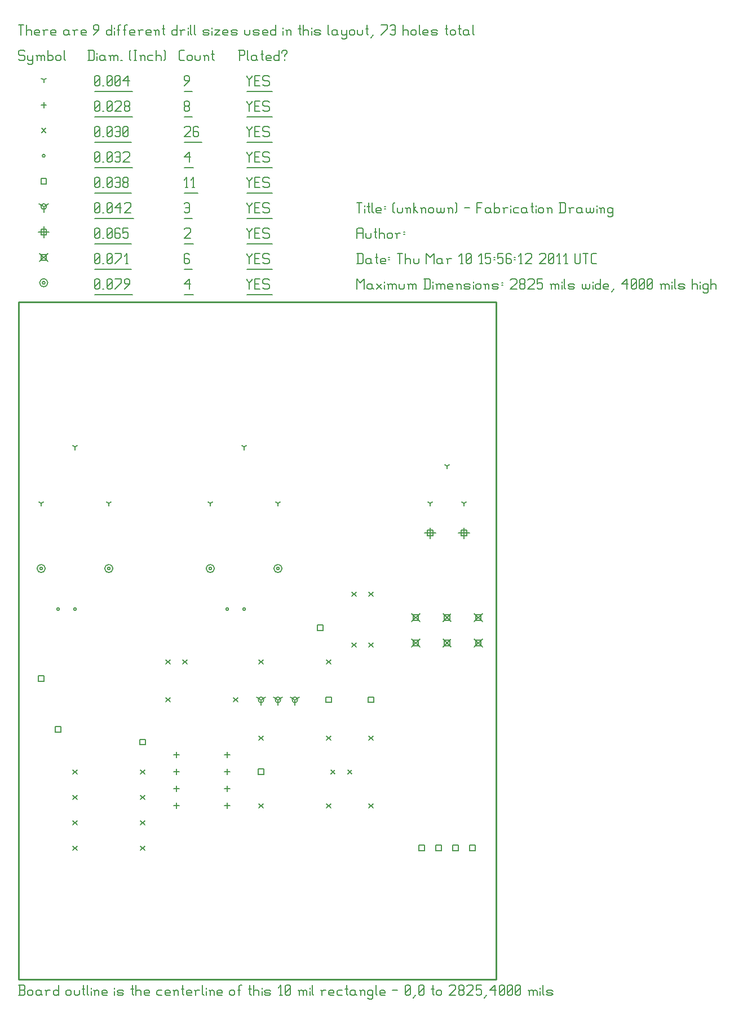
<source format=gbr>
G04 start of page 8 for group -3984 idx -3984 *
G04 Title: (unknown), fab *
G04 Creator: pcb 20100929 *
G04 CreationDate: Thu Mar 10 15:56:12 2011 UTC *
G04 For: fosse *
G04 Format: Gerber/RS-274X *
G04 PCB-Dimensions: 282500 400000 *
G04 PCB-Coordinate-Origin: lower left *
%MOIN*%
%FSLAX25Y25*%
%LNFAB*%
%ADD12C,0.0100*%
%ADD22C,0.0080*%
%ADD41C,0.0060*%
G54D22*X112700Y242500D02*G75*G03X114300Y242500I800J0D01*G01*
G75*G03X112700Y242500I-800J0D01*G01*
X111100D02*G75*G03X115900Y242500I2400J0D01*G01*
G75*G03X111100Y242500I-2400J0D01*G01*
X152700D02*G75*G03X154300Y242500I800J0D01*G01*
G75*G03X152700Y242500I-800J0D01*G01*
X151100D02*G75*G03X155900Y242500I2400J0D01*G01*
G75*G03X151100Y242500I-2400J0D01*G01*
X12700D02*G75*G03X14300Y242500I800J0D01*G01*
G75*G03X12700Y242500I-800J0D01*G01*
X11100D02*G75*G03X15900Y242500I2400J0D01*G01*
G75*G03X11100Y242500I-2400J0D01*G01*
X52700D02*G75*G03X54300Y242500I800J0D01*G01*
G75*G03X52700Y242500I-800J0D01*G01*
X51100D02*G75*G03X55900Y242500I2400J0D01*G01*
G75*G03X51100Y242500I-2400J0D01*G01*
X14200Y411250D02*G75*G03X15800Y411250I800J0D01*G01*
G75*G03X14200Y411250I-800J0D01*G01*
X12600D02*G75*G03X17400Y411250I2400J0D01*G01*
G75*G03X12600Y411250I-2400J0D01*G01*
G54D41*X135000Y413500D02*Y412750D01*
X136500Y411250D01*
X138000Y412750D01*
Y413500D02*Y412750D01*
X136500Y411250D02*Y407500D01*
X139801Y410500D02*X142051D01*
X139801Y407500D02*X142801D01*
X139801Y413500D02*Y407500D01*
Y413500D02*X142801D01*
X147603D02*X148353Y412750D01*
X145353Y413500D02*X147603D01*
X144603Y412750D02*X145353Y413500D01*
X144603Y412750D02*Y411250D01*
X145353Y410500D01*
X147603D01*
X148353Y409750D01*
Y408250D01*
X147603Y407500D02*X148353Y408250D01*
X145353Y407500D02*X147603D01*
X144603Y408250D02*X145353Y407500D01*
X135000Y404249D02*X150154D01*
X98000Y410500D02*X101000Y413500D01*
X98000Y410500D02*X101750D01*
X101000Y413500D02*Y407500D01*
X98000Y404249D02*X103551D01*
X45000Y408250D02*X45750Y407500D01*
X45000Y412750D02*Y408250D01*
Y412750D02*X45750Y413500D01*
X47250D01*
X48000Y412750D01*
Y408250D01*
X47250Y407500D02*X48000Y408250D01*
X45750Y407500D02*X47250D01*
X45000Y409000D02*X48000Y412000D01*
X49801Y407500D02*X50551D01*
X52353Y408250D02*X53103Y407500D01*
X52353Y412750D02*Y408250D01*
Y412750D02*X53103Y413500D01*
X54603D01*
X55353Y412750D01*
Y408250D01*
X54603Y407500D02*X55353Y408250D01*
X53103Y407500D02*X54603D01*
X52353Y409000D02*X55353Y412000D01*
X57154Y407500D02*X60904Y411250D01*
Y413500D02*Y411250D01*
X57154Y413500D02*X60904D01*
X62706Y407500D02*X65706Y410500D01*
Y412750D02*Y410500D01*
X64956Y413500D02*X65706Y412750D01*
X63456Y413500D02*X64956D01*
X62706Y412750D02*X63456Y413500D01*
X62706Y412750D02*Y411250D01*
X63456Y410500D01*
X65706D01*
X45000Y404249D02*X67507D01*
X251100Y215900D02*X255900Y211100D01*
X251100D02*X255900Y215900D01*
X251900Y215100D02*X255100D01*
X251900D02*Y211900D01*
X255100D01*
Y215100D02*Y211900D01*
X232600Y215900D02*X237400Y211100D01*
X232600D02*X237400Y215900D01*
X233400Y215100D02*X236600D01*
X233400D02*Y211900D01*
X236600D01*
Y215100D02*Y211900D01*
X269600Y215900D02*X274400Y211100D01*
X269600D02*X274400Y215900D01*
X270400Y215100D02*X273600D01*
X270400D02*Y211900D01*
X273600D01*
Y215100D02*Y211900D01*
X232600Y200900D02*X237400Y196100D01*
X232600D02*X237400Y200900D01*
X233400Y200100D02*X236600D01*
X233400D02*Y196900D01*
X236600D01*
Y200100D02*Y196900D01*
X251100Y200900D02*X255900Y196100D01*
X251100D02*X255900Y200900D01*
X251900Y200100D02*X255100D01*
X251900D02*Y196900D01*
X255100D01*
Y200100D02*Y196900D01*
X269600Y200900D02*X274400Y196100D01*
X269600D02*X274400Y200900D01*
X270400Y200100D02*X273600D01*
X270400D02*Y196900D01*
X273600D01*
Y200100D02*Y196900D01*
X12600Y428650D02*X17400Y423850D01*
X12600D02*X17400Y428650D01*
X13400Y427850D02*X16600D01*
X13400D02*Y424650D01*
X16600D01*
Y427850D02*Y424650D01*
X135000Y428500D02*Y427750D01*
X136500Y426250D01*
X138000Y427750D01*
Y428500D02*Y427750D01*
X136500Y426250D02*Y422500D01*
X139801Y425500D02*X142051D01*
X139801Y422500D02*X142801D01*
X139801Y428500D02*Y422500D01*
Y428500D02*X142801D01*
X147603D02*X148353Y427750D01*
X145353Y428500D02*X147603D01*
X144603Y427750D02*X145353Y428500D01*
X144603Y427750D02*Y426250D01*
X145353Y425500D01*
X147603D01*
X148353Y424750D01*
Y423250D01*
X147603Y422500D02*X148353Y423250D01*
X145353Y422500D02*X147603D01*
X144603Y423250D02*X145353Y422500D01*
X135000Y419249D02*X150154D01*
X100250Y428500D02*X101000Y427750D01*
X98750Y428500D02*X100250D01*
X98000Y427750D02*X98750Y428500D01*
X98000Y427750D02*Y423250D01*
X98750Y422500D01*
X100250Y425500D02*X101000Y424750D01*
X98000Y425500D02*X100250D01*
X98750Y422500D02*X100250D01*
X101000Y423250D01*
Y424750D02*Y423250D01*
X98000Y419249D02*X102801D01*
X45000Y423250D02*X45750Y422500D01*
X45000Y427750D02*Y423250D01*
Y427750D02*X45750Y428500D01*
X47250D01*
X48000Y427750D01*
Y423250D01*
X47250Y422500D02*X48000Y423250D01*
X45750Y422500D02*X47250D01*
X45000Y424000D02*X48000Y427000D01*
X49801Y422500D02*X50551D01*
X52353Y423250D02*X53103Y422500D01*
X52353Y427750D02*Y423250D01*
Y427750D02*X53103Y428500D01*
X54603D01*
X55353Y427750D01*
Y423250D01*
X54603Y422500D02*X55353Y423250D01*
X53103Y422500D02*X54603D01*
X52353Y424000D02*X55353Y427000D01*
X57154Y422500D02*X60904Y426250D01*
Y428500D02*Y426250D01*
X57154Y428500D02*X60904D01*
X63456Y422500D02*X64956D01*
X64206Y428500D02*Y422500D01*
X62706Y427000D02*X64206Y428500D01*
X45000Y419249D02*X66757D01*
X243500Y266700D02*Y260300D01*
X240300Y263500D02*X246700D01*
X241900Y265100D02*X245100D01*
X241900D02*Y261900D01*
X245100D01*
Y265100D02*Y261900D01*
X263500Y266700D02*Y260300D01*
X260300Y263500D02*X266700D01*
X261900Y265100D02*X265100D01*
X261900D02*Y261900D01*
X265100D01*
Y265100D02*Y261900D01*
X15000Y444450D02*Y438050D01*
X11800Y441250D02*X18200D01*
X13400Y442850D02*X16600D01*
X13400D02*Y439650D01*
X16600D01*
Y442850D02*Y439650D01*
X135000Y443500D02*Y442750D01*
X136500Y441250D01*
X138000Y442750D01*
Y443500D02*Y442750D01*
X136500Y441250D02*Y437500D01*
X139801Y440500D02*X142051D01*
X139801Y437500D02*X142801D01*
X139801Y443500D02*Y437500D01*
Y443500D02*X142801D01*
X147603D02*X148353Y442750D01*
X145353Y443500D02*X147603D01*
X144603Y442750D02*X145353Y443500D01*
X144603Y442750D02*Y441250D01*
X145353Y440500D01*
X147603D01*
X148353Y439750D01*
Y438250D01*
X147603Y437500D02*X148353Y438250D01*
X145353Y437500D02*X147603D01*
X144603Y438250D02*X145353Y437500D01*
X135000Y434249D02*X150154D01*
X98000Y442750D02*X98750Y443500D01*
X101000D01*
X101750Y442750D01*
Y441250D01*
X98000Y437500D02*X101750Y441250D01*
X98000Y437500D02*X101750D01*
X98000Y434249D02*X103551D01*
X45000Y438250D02*X45750Y437500D01*
X45000Y442750D02*Y438250D01*
Y442750D02*X45750Y443500D01*
X47250D01*
X48000Y442750D01*
Y438250D01*
X47250Y437500D02*X48000Y438250D01*
X45750Y437500D02*X47250D01*
X45000Y439000D02*X48000Y442000D01*
X49801Y437500D02*X50551D01*
X52353Y438250D02*X53103Y437500D01*
X52353Y442750D02*Y438250D01*
Y442750D02*X53103Y443500D01*
X54603D01*
X55353Y442750D01*
Y438250D01*
X54603Y437500D02*X55353Y438250D01*
X53103Y437500D02*X54603D01*
X52353Y439000D02*X55353Y442000D01*
X59404Y443500D02*X60154Y442750D01*
X57904Y443500D02*X59404D01*
X57154Y442750D02*X57904Y443500D01*
X57154Y442750D02*Y438250D01*
X57904Y437500D01*
X59404Y440500D02*X60154Y439750D01*
X57154Y440500D02*X59404D01*
X57904Y437500D02*X59404D01*
X60154Y438250D01*
Y439750D02*Y438250D01*
X61956Y443500D02*X64956D01*
X61956D02*Y440500D01*
X62706Y441250D01*
X64206D01*
X64956Y440500D01*
Y438250D01*
X64206Y437500D02*X64956Y438250D01*
X62706Y437500D02*X64206D01*
X61956Y438250D02*X62706Y437500D01*
X45000Y434249D02*X66757D01*
X143500Y165000D02*Y161800D01*
Y165000D02*X146273Y166600D01*
X143500Y165000D02*X140727Y166600D01*
X141900Y165000D02*G75*G03X145100Y165000I1600J0D01*G01*
G75*G03X141900Y165000I-1600J0D01*G01*
X153500D02*Y161800D01*
Y165000D02*X156273Y166600D01*
X153500Y165000D02*X150727Y166600D01*
X151900Y165000D02*G75*G03X155100Y165000I1600J0D01*G01*
G75*G03X151900Y165000I-1600J0D01*G01*
X163500D02*Y161800D01*
Y165000D02*X166273Y166600D01*
X163500Y165000D02*X160727Y166600D01*
X161900Y165000D02*G75*G03X165100Y165000I1600J0D01*G01*
G75*G03X161900Y165000I-1600J0D01*G01*
X15000Y456250D02*Y453050D01*
Y456250D02*X17773Y457850D01*
X15000Y456250D02*X12227Y457850D01*
X13400Y456250D02*G75*G03X16600Y456250I1600J0D01*G01*
G75*G03X13400Y456250I-1600J0D01*G01*
X135000Y458500D02*Y457750D01*
X136500Y456250D01*
X138000Y457750D01*
Y458500D02*Y457750D01*
X136500Y456250D02*Y452500D01*
X139801Y455500D02*X142051D01*
X139801Y452500D02*X142801D01*
X139801Y458500D02*Y452500D01*
Y458500D02*X142801D01*
X147603D02*X148353Y457750D01*
X145353Y458500D02*X147603D01*
X144603Y457750D02*X145353Y458500D01*
X144603Y457750D02*Y456250D01*
X145353Y455500D01*
X147603D01*
X148353Y454750D01*
Y453250D01*
X147603Y452500D02*X148353Y453250D01*
X145353Y452500D02*X147603D01*
X144603Y453250D02*X145353Y452500D01*
X135000Y449249D02*X150154D01*
X98000Y457750D02*X98750Y458500D01*
X100250D01*
X101000Y457750D01*
Y453250D01*
X100250Y452500D02*X101000Y453250D01*
X98750Y452500D02*X100250D01*
X98000Y453250D02*X98750Y452500D01*
Y455500D02*X101000D01*
X98000Y449249D02*X102801D01*
X45000Y453250D02*X45750Y452500D01*
X45000Y457750D02*Y453250D01*
Y457750D02*X45750Y458500D01*
X47250D01*
X48000Y457750D01*
Y453250D01*
X47250Y452500D02*X48000Y453250D01*
X45750Y452500D02*X47250D01*
X45000Y454000D02*X48000Y457000D01*
X49801Y452500D02*X50551D01*
X52353Y453250D02*X53103Y452500D01*
X52353Y457750D02*Y453250D01*
Y457750D02*X53103Y458500D01*
X54603D01*
X55353Y457750D01*
Y453250D01*
X54603Y452500D02*X55353Y453250D01*
X53103Y452500D02*X54603D01*
X52353Y454000D02*X55353Y457000D01*
X57154Y455500D02*X60154Y458500D01*
X57154Y455500D02*X60904D01*
X60154Y458500D02*Y452500D01*
X62706Y457750D02*X63456Y458500D01*
X65706D01*
X66456Y457750D01*
Y456250D01*
X62706Y452500D02*X66456Y456250D01*
X62706Y452500D02*X66456D01*
X45000Y449249D02*X68257D01*
X176900Y209100D02*X180100D01*
X176900D02*Y205900D01*
X180100D01*
Y209100D02*Y205900D01*
X236900Y79100D02*X240100D01*
X236900D02*Y75900D01*
X240100D01*
Y79100D02*Y75900D01*
X246900Y79100D02*X250100D01*
X246900D02*Y75900D01*
X250100D01*
Y79100D02*Y75900D01*
X256900Y79100D02*X260100D01*
X256900D02*Y75900D01*
X260100D01*
Y79100D02*Y75900D01*
X266900Y79100D02*X270100D01*
X266900D02*Y75900D01*
X270100D01*
Y79100D02*Y75900D01*
X141900Y124100D02*X145100D01*
X141900D02*Y120900D01*
X145100D01*
Y124100D02*Y120900D01*
X181900Y166600D02*X185100D01*
X181900D02*Y163400D01*
X185100D01*
Y166600D02*Y163400D01*
X71900Y141600D02*X75100D01*
X71900D02*Y138400D01*
X75100D01*
Y141600D02*Y138400D01*
X21900Y149100D02*X25100D01*
X21900D02*Y145900D01*
X25100D01*
Y149100D02*Y145900D01*
X11900Y179100D02*X15100D01*
X11900D02*Y175900D01*
X15100D01*
Y179100D02*Y175900D01*
X206900Y166600D02*X210100D01*
X206900D02*Y163400D01*
X210100D01*
Y166600D02*Y163400D01*
X13400Y472850D02*X16600D01*
X13400D02*Y469650D01*
X16600D01*
Y472850D02*Y469650D01*
X135000Y473500D02*Y472750D01*
X136500Y471250D01*
X138000Y472750D01*
Y473500D02*Y472750D01*
X136500Y471250D02*Y467500D01*
X139801Y470500D02*X142051D01*
X139801Y467500D02*X142801D01*
X139801Y473500D02*Y467500D01*
Y473500D02*X142801D01*
X147603D02*X148353Y472750D01*
X145353Y473500D02*X147603D01*
X144603Y472750D02*X145353Y473500D01*
X144603Y472750D02*Y471250D01*
X145353Y470500D01*
X147603D01*
X148353Y469750D01*
Y468250D01*
X147603Y467500D02*X148353Y468250D01*
X145353Y467500D02*X147603D01*
X144603Y468250D02*X145353Y467500D01*
X135000Y464249D02*X150154D01*
X98750Y467500D02*X100250D01*
X99500Y473500D02*Y467500D01*
X98000Y472000D02*X99500Y473500D01*
X102801Y467500D02*X104301D01*
X103551Y473500D02*Y467500D01*
X102051Y472000D02*X103551Y473500D01*
X98000Y464249D02*X106103D01*
X45000Y468250D02*X45750Y467500D01*
X45000Y472750D02*Y468250D01*
Y472750D02*X45750Y473500D01*
X47250D01*
X48000Y472750D01*
Y468250D01*
X47250Y467500D02*X48000Y468250D01*
X45750Y467500D02*X47250D01*
X45000Y469000D02*X48000Y472000D01*
X49801Y467500D02*X50551D01*
X52353Y468250D02*X53103Y467500D01*
X52353Y472750D02*Y468250D01*
Y472750D02*X53103Y473500D01*
X54603D01*
X55353Y472750D01*
Y468250D01*
X54603Y467500D02*X55353Y468250D01*
X53103Y467500D02*X54603D01*
X52353Y469000D02*X55353Y472000D01*
X57154Y472750D02*X57904Y473500D01*
X59404D01*
X60154Y472750D01*
Y468250D01*
X59404Y467500D02*X60154Y468250D01*
X57904Y467500D02*X59404D01*
X57154Y468250D02*X57904Y467500D01*
Y470500D02*X60154D01*
X61956Y468250D02*X62706Y467500D01*
X61956Y469750D02*Y468250D01*
Y469750D02*X62706Y470500D01*
X64206D01*
X64956Y469750D01*
Y468250D01*
X64206Y467500D02*X64956Y468250D01*
X62706Y467500D02*X64206D01*
X61956Y471250D02*X62706Y470500D01*
X61956Y472750D02*Y471250D01*
Y472750D02*X62706Y473500D01*
X64206D01*
X64956Y472750D01*
Y471250D01*
X64206Y470500D02*X64956Y471250D01*
X45000Y464249D02*X66757D01*
X122700Y218500D02*G75*G03X124300Y218500I800J0D01*G01*
G75*G03X122700Y218500I-800J0D01*G01*
X132700D02*G75*G03X134300Y218500I800J0D01*G01*
G75*G03X132700Y218500I-800J0D01*G01*
X22700D02*G75*G03X24300Y218500I800J0D01*G01*
G75*G03X22700Y218500I-800J0D01*G01*
X32700D02*G75*G03X34300Y218500I800J0D01*G01*
G75*G03X32700Y218500I-800J0D01*G01*
X14200Y486250D02*G75*G03X15800Y486250I800J0D01*G01*
G75*G03X14200Y486250I-800J0D01*G01*
X135000Y488500D02*Y487750D01*
X136500Y486250D01*
X138000Y487750D01*
Y488500D02*Y487750D01*
X136500Y486250D02*Y482500D01*
X139801Y485500D02*X142051D01*
X139801Y482500D02*X142801D01*
X139801Y488500D02*Y482500D01*
Y488500D02*X142801D01*
X147603D02*X148353Y487750D01*
X145353Y488500D02*X147603D01*
X144603Y487750D02*X145353Y488500D01*
X144603Y487750D02*Y486250D01*
X145353Y485500D01*
X147603D01*
X148353Y484750D01*
Y483250D01*
X147603Y482500D02*X148353Y483250D01*
X145353Y482500D02*X147603D01*
X144603Y483250D02*X145353Y482500D01*
X135000Y479249D02*X150154D01*
X98000Y485500D02*X101000Y488500D01*
X98000Y485500D02*X101750D01*
X101000Y488500D02*Y482500D01*
X98000Y479249D02*X103551D01*
X45000Y483250D02*X45750Y482500D01*
X45000Y487750D02*Y483250D01*
Y487750D02*X45750Y488500D01*
X47250D01*
X48000Y487750D01*
Y483250D01*
X47250Y482500D02*X48000Y483250D01*
X45750Y482500D02*X47250D01*
X45000Y484000D02*X48000Y487000D01*
X49801Y482500D02*X50551D01*
X52353Y483250D02*X53103Y482500D01*
X52353Y487750D02*Y483250D01*
Y487750D02*X53103Y488500D01*
X54603D01*
X55353Y487750D01*
Y483250D01*
X54603Y482500D02*X55353Y483250D01*
X53103Y482500D02*X54603D01*
X52353Y484000D02*X55353Y487000D01*
X57154Y487750D02*X57904Y488500D01*
X59404D01*
X60154Y487750D01*
Y483250D01*
X59404Y482500D02*X60154Y483250D01*
X57904Y482500D02*X59404D01*
X57154Y483250D02*X57904Y482500D01*
Y485500D02*X60154D01*
X61956Y487750D02*X62706Y488500D01*
X64956D01*
X65706Y487750D01*
Y486250D01*
X61956Y482500D02*X65706Y486250D01*
X61956Y482500D02*X65706D01*
X45000Y479249D02*X67507D01*
X184800Y123700D02*X187200Y121300D01*
X184800D02*X187200Y123700D01*
X194800D02*X197200Y121300D01*
X194800D02*X197200Y123700D01*
X87300Y166200D02*X89700Y163800D01*
X87300D02*X89700Y166200D01*
X127300D02*X129700Y163800D01*
X127300D02*X129700Y166200D01*
X32300Y93700D02*X34700Y91300D01*
X32300D02*X34700Y93700D01*
X72300D02*X74700Y91300D01*
X72300D02*X74700Y93700D01*
X182300Y188700D02*X184700Y186300D01*
X182300D02*X184700Y188700D01*
X142300D02*X144700Y186300D01*
X142300D02*X144700Y188700D01*
X87300D02*X89700Y186300D01*
X87300D02*X89700Y188700D01*
X97300D02*X99700Y186300D01*
X97300D02*X99700Y188700D01*
X72300Y78700D02*X74700Y76300D01*
X72300D02*X74700Y78700D01*
X32300D02*X34700Y76300D01*
X32300D02*X34700Y78700D01*
X197300Y228700D02*X199700Y226300D01*
X197300D02*X199700Y228700D01*
X207300D02*X209700Y226300D01*
X207300D02*X209700Y228700D01*
X142300Y143700D02*X144700Y141300D01*
X142300D02*X144700Y143700D01*
X182300D02*X184700Y141300D01*
X182300D02*X184700Y143700D01*
X32300Y123700D02*X34700Y121300D01*
X32300D02*X34700Y123700D01*
X72300D02*X74700Y121300D01*
X72300D02*X74700Y123700D01*
X142300Y103700D02*X144700Y101300D01*
X142300D02*X144700Y103700D01*
X182300D02*X184700Y101300D01*
X182300D02*X184700Y103700D01*
X197300Y198700D02*X199700Y196300D01*
X197300D02*X199700Y198700D01*
X207300D02*X209700Y196300D01*
X207300D02*X209700Y198700D01*
X32300Y108700D02*X34700Y106300D01*
X32300D02*X34700Y108700D01*
X72300D02*X74700Y106300D01*
X72300D02*X74700Y108700D01*
X207300Y103700D02*X209700Y101300D01*
X207300D02*X209700Y103700D01*
X207300Y143700D02*X209700Y141300D01*
X207300D02*X209700Y143700D01*
X13800Y502450D02*X16200Y500050D01*
X13800D02*X16200Y502450D01*
X135000Y503500D02*Y502750D01*
X136500Y501250D01*
X138000Y502750D01*
Y503500D02*Y502750D01*
X136500Y501250D02*Y497500D01*
X139801Y500500D02*X142051D01*
X139801Y497500D02*X142801D01*
X139801Y503500D02*Y497500D01*
Y503500D02*X142801D01*
X147603D02*X148353Y502750D01*
X145353Y503500D02*X147603D01*
X144603Y502750D02*X145353Y503500D01*
X144603Y502750D02*Y501250D01*
X145353Y500500D01*
X147603D01*
X148353Y499750D01*
Y498250D01*
X147603Y497500D02*X148353Y498250D01*
X145353Y497500D02*X147603D01*
X144603Y498250D02*X145353Y497500D01*
X135000Y494249D02*X150154D01*
X98000Y502750D02*X98750Y503500D01*
X101000D01*
X101750Y502750D01*
Y501250D01*
X98000Y497500D02*X101750Y501250D01*
X98000Y497500D02*X101750D01*
X105801Y503500D02*X106551Y502750D01*
X104301Y503500D02*X105801D01*
X103551Y502750D02*X104301Y503500D01*
X103551Y502750D02*Y498250D01*
X104301Y497500D01*
X105801Y500500D02*X106551Y499750D01*
X103551Y500500D02*X105801D01*
X104301Y497500D02*X105801D01*
X106551Y498250D01*
Y499750D02*Y498250D01*
X98000Y494249D02*X108353D01*
X45000Y498250D02*X45750Y497500D01*
X45000Y502750D02*Y498250D01*
Y502750D02*X45750Y503500D01*
X47250D01*
X48000Y502750D01*
Y498250D01*
X47250Y497500D02*X48000Y498250D01*
X45750Y497500D02*X47250D01*
X45000Y499000D02*X48000Y502000D01*
X49801Y497500D02*X50551D01*
X52353Y498250D02*X53103Y497500D01*
X52353Y502750D02*Y498250D01*
Y502750D02*X53103Y503500D01*
X54603D01*
X55353Y502750D01*
Y498250D01*
X54603Y497500D02*X55353Y498250D01*
X53103Y497500D02*X54603D01*
X52353Y499000D02*X55353Y502000D01*
X57154Y502750D02*X57904Y503500D01*
X59404D01*
X60154Y502750D01*
Y498250D01*
X59404Y497500D02*X60154Y498250D01*
X57904Y497500D02*X59404D01*
X57154Y498250D02*X57904Y497500D01*
Y500500D02*X60154D01*
X61956Y498250D02*X62706Y497500D01*
X61956Y502750D02*Y498250D01*
Y502750D02*X62706Y503500D01*
X64206D01*
X64956Y502750D01*
Y498250D01*
X64206Y497500D02*X64956Y498250D01*
X62706Y497500D02*X64206D01*
X61956Y499000D02*X64956Y502000D01*
X45000Y494249D02*X66757D01*
X93500Y134100D02*Y130900D01*
X91900Y132500D02*X95100D01*
X93500Y124100D02*Y120900D01*
X91900Y122500D02*X95100D01*
X93500Y114100D02*Y110900D01*
X91900Y112500D02*X95100D01*
X93500Y104100D02*Y100900D01*
X91900Y102500D02*X95100D01*
X123500Y104100D02*Y100900D01*
X121900Y102500D02*X125100D01*
X123500Y114100D02*Y110900D01*
X121900Y112500D02*X125100D01*
X123500Y124100D02*Y120900D01*
X121900Y122500D02*X125100D01*
X123500Y134100D02*Y130900D01*
X121900Y132500D02*X125100D01*
X15000Y517850D02*Y514650D01*
X13400Y516250D02*X16600D01*
X135000Y518500D02*Y517750D01*
X136500Y516250D01*
X138000Y517750D01*
Y518500D02*Y517750D01*
X136500Y516250D02*Y512500D01*
X139801Y515500D02*X142051D01*
X139801Y512500D02*X142801D01*
X139801Y518500D02*Y512500D01*
Y518500D02*X142801D01*
X147603D02*X148353Y517750D01*
X145353Y518500D02*X147603D01*
X144603Y517750D02*X145353Y518500D01*
X144603Y517750D02*Y516250D01*
X145353Y515500D01*
X147603D01*
X148353Y514750D01*
Y513250D01*
X147603Y512500D02*X148353Y513250D01*
X145353Y512500D02*X147603D01*
X144603Y513250D02*X145353Y512500D01*
X135000Y509249D02*X150154D01*
X98000Y513250D02*X98750Y512500D01*
X98000Y514750D02*Y513250D01*
Y514750D02*X98750Y515500D01*
X100250D01*
X101000Y514750D01*
Y513250D01*
X100250Y512500D02*X101000Y513250D01*
X98750Y512500D02*X100250D01*
X98000Y516250D02*X98750Y515500D01*
X98000Y517750D02*Y516250D01*
Y517750D02*X98750Y518500D01*
X100250D01*
X101000Y517750D01*
Y516250D01*
X100250Y515500D02*X101000Y516250D01*
X98000Y509249D02*X102801D01*
X45000Y513250D02*X45750Y512500D01*
X45000Y517750D02*Y513250D01*
Y517750D02*X45750Y518500D01*
X47250D01*
X48000Y517750D01*
Y513250D01*
X47250Y512500D02*X48000Y513250D01*
X45750Y512500D02*X47250D01*
X45000Y514000D02*X48000Y517000D01*
X49801Y512500D02*X50551D01*
X52353Y513250D02*X53103Y512500D01*
X52353Y517750D02*Y513250D01*
Y517750D02*X53103Y518500D01*
X54603D01*
X55353Y517750D01*
Y513250D01*
X54603Y512500D02*X55353Y513250D01*
X53103Y512500D02*X54603D01*
X52353Y514000D02*X55353Y517000D01*
X57154Y517750D02*X57904Y518500D01*
X60154D01*
X60904Y517750D01*
Y516250D01*
X57154Y512500D02*X60904Y516250D01*
X57154Y512500D02*X60904D01*
X62706Y513250D02*X63456Y512500D01*
X62706Y514750D02*Y513250D01*
Y514750D02*X63456Y515500D01*
X64956D01*
X65706Y514750D01*
Y513250D01*
X64956Y512500D02*X65706Y513250D01*
X63456Y512500D02*X64956D01*
X62706Y516250D02*X63456Y515500D01*
X62706Y517750D02*Y516250D01*
Y517750D02*X63456Y518500D01*
X64956D01*
X65706Y517750D01*
Y516250D01*
X64956Y515500D02*X65706Y516250D01*
X45000Y509249D02*X67507D01*
X33500Y314300D02*Y312700D01*
Y314300D02*X34886Y315100D01*
X33500Y314300D02*X32114Y315100D01*
X133500Y314300D02*Y312700D01*
Y314300D02*X134886Y315100D01*
X133500Y314300D02*X132114Y315100D01*
X253500Y303000D02*Y301400D01*
Y303000D02*X254886Y303800D01*
X253500Y303000D02*X252114Y303800D01*
X243500Y281000D02*Y279400D01*
Y281000D02*X244886Y281800D01*
X243500Y281000D02*X242114Y281800D01*
X263500Y281000D02*Y279400D01*
Y281000D02*X264886Y281800D01*
X263500Y281000D02*X262114Y281800D01*
X53500Y281000D02*Y279400D01*
Y281000D02*X54886Y281800D01*
X53500Y281000D02*X52114Y281800D01*
X13500Y281000D02*Y279400D01*
Y281000D02*X14886Y281800D01*
X13500Y281000D02*X12114Y281800D01*
X113500Y281000D02*Y279400D01*
Y281000D02*X114886Y281800D01*
X113500Y281000D02*X112114Y281800D01*
X153500Y281000D02*Y279400D01*
Y281000D02*X154886Y281800D01*
X153500Y281000D02*X152114Y281800D01*
X15000Y531250D02*Y529650D01*
Y531250D02*X16386Y532050D01*
X15000Y531250D02*X13614Y532050D01*
X135000Y533500D02*Y532750D01*
X136500Y531250D01*
X138000Y532750D01*
Y533500D02*Y532750D01*
X136500Y531250D02*Y527500D01*
X139801Y530500D02*X142051D01*
X139801Y527500D02*X142801D01*
X139801Y533500D02*Y527500D01*
Y533500D02*X142801D01*
X147603D02*X148353Y532750D01*
X145353Y533500D02*X147603D01*
X144603Y532750D02*X145353Y533500D01*
X144603Y532750D02*Y531250D01*
X145353Y530500D01*
X147603D01*
X148353Y529750D01*
Y528250D01*
X147603Y527500D02*X148353Y528250D01*
X145353Y527500D02*X147603D01*
X144603Y528250D02*X145353Y527500D01*
X135000Y524249D02*X150154D01*
X98000Y527500D02*X101000Y530500D01*
Y532750D02*Y530500D01*
X100250Y533500D02*X101000Y532750D01*
X98750Y533500D02*X100250D01*
X98000Y532750D02*X98750Y533500D01*
X98000Y532750D02*Y531250D01*
X98750Y530500D01*
X101000D01*
X98000Y524249D02*X102801D01*
X45000Y528250D02*X45750Y527500D01*
X45000Y532750D02*Y528250D01*
Y532750D02*X45750Y533500D01*
X47250D01*
X48000Y532750D01*
Y528250D01*
X47250Y527500D02*X48000Y528250D01*
X45750Y527500D02*X47250D01*
X45000Y529000D02*X48000Y532000D01*
X49801Y527500D02*X50551D01*
X52353Y528250D02*X53103Y527500D01*
X52353Y532750D02*Y528250D01*
Y532750D02*X53103Y533500D01*
X54603D01*
X55353Y532750D01*
Y528250D01*
X54603Y527500D02*X55353Y528250D01*
X53103Y527500D02*X54603D01*
X52353Y529000D02*X55353Y532000D01*
X57154Y528250D02*X57904Y527500D01*
X57154Y532750D02*Y528250D01*
Y532750D02*X57904Y533500D01*
X59404D01*
X60154Y532750D01*
Y528250D01*
X59404Y527500D02*X60154Y528250D01*
X57904Y527500D02*X59404D01*
X57154Y529000D02*X60154Y532000D01*
X61956Y530500D02*X64956Y533500D01*
X61956Y530500D02*X65706D01*
X64956Y533500D02*Y527500D01*
X45000Y524249D02*X67507D01*
X3000Y548500D02*X3750Y547750D01*
X750Y548500D02*X3000D01*
X0Y547750D02*X750Y548500D01*
X0Y547750D02*Y546250D01*
X750Y545500D01*
X3000D01*
X3750Y544750D01*
Y543250D01*
X3000Y542500D02*X3750Y543250D01*
X750Y542500D02*X3000D01*
X0Y543250D02*X750Y542500D01*
X5551Y545500D02*Y543250D01*
X6301Y542500D01*
X8551Y545500D02*Y541000D01*
X7801Y540250D02*X8551Y541000D01*
X6301Y540250D02*X7801D01*
X5551Y541000D02*X6301Y540250D01*
Y542500D02*X7801D01*
X8551Y543250D01*
X11103Y544750D02*Y542500D01*
Y544750D02*X11853Y545500D01*
X12603D01*
X13353Y544750D01*
Y542500D01*
Y544750D02*X14103Y545500D01*
X14853D01*
X15603Y544750D01*
Y542500D01*
X10353Y545500D02*X11103Y544750D01*
X17404Y548500D02*Y542500D01*
Y543250D02*X18154Y542500D01*
X19654D01*
X20404Y543250D01*
Y544750D02*Y543250D01*
X19654Y545500D02*X20404Y544750D01*
X18154Y545500D02*X19654D01*
X17404Y544750D02*X18154Y545500D01*
X22206Y544750D02*Y543250D01*
Y544750D02*X22956Y545500D01*
X24456D01*
X25206Y544750D01*
Y543250D01*
X24456Y542500D02*X25206Y543250D01*
X22956Y542500D02*X24456D01*
X22206Y543250D02*X22956Y542500D01*
X27007Y548500D02*Y543250D01*
X27757Y542500D01*
X41750Y548500D02*Y542500D01*
X44000Y548500D02*X44750Y547750D01*
Y543250D01*
X44000Y542500D02*X44750Y543250D01*
X41000Y542500D02*X44000D01*
X41000Y548500D02*X44000D01*
X46551Y547000D02*Y546250D01*
Y544750D02*Y542500D01*
X50303Y545500D02*X51053Y544750D01*
X48803Y545500D02*X50303D01*
X48053Y544750D02*X48803Y545500D01*
X48053Y544750D02*Y543250D01*
X48803Y542500D01*
X51053Y545500D02*Y543250D01*
X51803Y542500D01*
X48803D02*X50303D01*
X51053Y543250D01*
X54354Y544750D02*Y542500D01*
Y544750D02*X55104Y545500D01*
X55854D01*
X56604Y544750D01*
Y542500D01*
Y544750D02*X57354Y545500D01*
X58104D01*
X58854Y544750D01*
Y542500D01*
X53604Y545500D02*X54354Y544750D01*
X60656Y542500D02*X61406D01*
X65907Y543250D02*X66657Y542500D01*
X65907Y547750D02*X66657Y548500D01*
X65907Y547750D02*Y543250D01*
X68459Y548500D02*X69959D01*
X69209D02*Y542500D01*
X68459D02*X69959D01*
X72510Y544750D02*Y542500D01*
Y544750D02*X73260Y545500D01*
X74010D01*
X74760Y544750D01*
Y542500D01*
X71760Y545500D02*X72510Y544750D01*
X77312Y545500D02*X79562D01*
X76562Y544750D02*X77312Y545500D01*
X76562Y544750D02*Y543250D01*
X77312Y542500D01*
X79562D01*
X81363Y548500D02*Y542500D01*
Y544750D02*X82113Y545500D01*
X83613D01*
X84363Y544750D01*
Y542500D01*
X86165Y548500D02*X86915Y547750D01*
Y543250D01*
X86165Y542500D02*X86915Y543250D01*
X95750Y542500D02*X98000D01*
X95000Y543250D02*X95750Y542500D01*
X95000Y547750D02*Y543250D01*
Y547750D02*X95750Y548500D01*
X98000D01*
X99801Y544750D02*Y543250D01*
Y544750D02*X100551Y545500D01*
X102051D01*
X102801Y544750D01*
Y543250D01*
X102051Y542500D02*X102801Y543250D01*
X100551Y542500D02*X102051D01*
X99801Y543250D02*X100551Y542500D01*
X104603Y545500D02*Y543250D01*
X105353Y542500D01*
X106853D01*
X107603Y543250D01*
Y545500D02*Y543250D01*
X110154Y544750D02*Y542500D01*
Y544750D02*X110904Y545500D01*
X111654D01*
X112404Y544750D01*
Y542500D01*
X109404Y545500D02*X110154Y544750D01*
X114956Y548500D02*Y543250D01*
X115706Y542500D01*
X114206Y546250D02*X115706D01*
X130750Y548500D02*Y542500D01*
X130000Y548500D02*X133000D01*
X133750Y547750D01*
Y546250D01*
X133000Y545500D02*X133750Y546250D01*
X130750Y545500D02*X133000D01*
X135551Y548500D02*Y543250D01*
X136301Y542500D01*
X140053Y545500D02*X140803Y544750D01*
X138553Y545500D02*X140053D01*
X137803Y544750D02*X138553Y545500D01*
X137803Y544750D02*Y543250D01*
X138553Y542500D01*
X140803Y545500D02*Y543250D01*
X141553Y542500D01*
X138553D02*X140053D01*
X140803Y543250D01*
X144104Y548500D02*Y543250D01*
X144854Y542500D01*
X143354Y546250D02*X144854D01*
X147106Y542500D02*X149356D01*
X146356Y543250D02*X147106Y542500D01*
X146356Y544750D02*Y543250D01*
Y544750D02*X147106Y545500D01*
X148606D01*
X149356Y544750D01*
X146356Y544000D02*X149356D01*
Y544750D02*Y544000D01*
X154157Y548500D02*Y542500D01*
X153407D02*X154157Y543250D01*
X151907Y542500D02*X153407D01*
X151157Y543250D02*X151907Y542500D01*
X151157Y544750D02*Y543250D01*
Y544750D02*X151907Y545500D01*
X153407D01*
X154157Y544750D01*
X157459Y545500D02*Y544750D01*
Y543250D02*Y542500D01*
X155959Y547750D02*Y547000D01*
Y547750D02*X156709Y548500D01*
X158209D01*
X158959Y547750D01*
Y547000D01*
X157459Y545500D02*X158959Y547000D01*
X0Y563500D02*X3000D01*
X1500D02*Y557500D01*
X4801Y563500D02*Y557500D01*
Y559750D02*X5551Y560500D01*
X7051D01*
X7801Y559750D01*
Y557500D01*
X10353D02*X12603D01*
X9603Y558250D02*X10353Y557500D01*
X9603Y559750D02*Y558250D01*
Y559750D02*X10353Y560500D01*
X11853D01*
X12603Y559750D01*
X9603Y559000D02*X12603D01*
Y559750D02*Y559000D01*
X15154Y559750D02*Y557500D01*
Y559750D02*X15904Y560500D01*
X17404D01*
X14404D02*X15154Y559750D01*
X19956Y557500D02*X22206D01*
X19206Y558250D02*X19956Y557500D01*
X19206Y559750D02*Y558250D01*
Y559750D02*X19956Y560500D01*
X21456D01*
X22206Y559750D01*
X19206Y559000D02*X22206D01*
Y559750D02*Y559000D01*
X28957Y560500D02*X29707Y559750D01*
X27457Y560500D02*X28957D01*
X26707Y559750D02*X27457Y560500D01*
X26707Y559750D02*Y558250D01*
X27457Y557500D01*
X29707Y560500D02*Y558250D01*
X30457Y557500D01*
X27457D02*X28957D01*
X29707Y558250D01*
X33009Y559750D02*Y557500D01*
Y559750D02*X33759Y560500D01*
X35259D01*
X32259D02*X33009Y559750D01*
X37810Y557500D02*X40060D01*
X37060Y558250D02*X37810Y557500D01*
X37060Y559750D02*Y558250D01*
Y559750D02*X37810Y560500D01*
X39310D01*
X40060Y559750D01*
X37060Y559000D02*X40060D01*
Y559750D02*Y559000D01*
X44562Y557500D02*X47562Y560500D01*
Y562750D02*Y560500D01*
X46812Y563500D02*X47562Y562750D01*
X45312Y563500D02*X46812D01*
X44562Y562750D02*X45312Y563500D01*
X44562Y562750D02*Y561250D01*
X45312Y560500D01*
X47562D01*
X55063Y563500D02*Y557500D01*
X54313D02*X55063Y558250D01*
X52813Y557500D02*X54313D01*
X52063Y558250D02*X52813Y557500D01*
X52063Y559750D02*Y558250D01*
Y559750D02*X52813Y560500D01*
X54313D01*
X55063Y559750D01*
X56865Y562000D02*Y561250D01*
Y559750D02*Y557500D01*
X59116Y562750D02*Y557500D01*
Y562750D02*X59866Y563500D01*
X60616D01*
X58366Y560500D02*X59866D01*
X62868Y562750D02*Y557500D01*
Y562750D02*X63618Y563500D01*
X64368D01*
X62118Y560500D02*X63618D01*
X66619Y557500D02*X68869D01*
X65869Y558250D02*X66619Y557500D01*
X65869Y559750D02*Y558250D01*
Y559750D02*X66619Y560500D01*
X68119D01*
X68869Y559750D01*
X65869Y559000D02*X68869D01*
Y559750D02*Y559000D01*
X71421Y559750D02*Y557500D01*
Y559750D02*X72171Y560500D01*
X73671D01*
X70671D02*X71421Y559750D01*
X76222Y557500D02*X78472D01*
X75472Y558250D02*X76222Y557500D01*
X75472Y559750D02*Y558250D01*
Y559750D02*X76222Y560500D01*
X77722D01*
X78472Y559750D01*
X75472Y559000D02*X78472D01*
Y559750D02*Y559000D01*
X81024Y559750D02*Y557500D01*
Y559750D02*X81774Y560500D01*
X82524D01*
X83274Y559750D01*
Y557500D01*
X80274Y560500D02*X81024Y559750D01*
X85825Y563500D02*Y558250D01*
X86575Y557500D01*
X85075Y561250D02*X86575D01*
X93777Y563500D02*Y557500D01*
X93027D02*X93777Y558250D01*
X91527Y557500D02*X93027D01*
X90777Y558250D02*X91527Y557500D01*
X90777Y559750D02*Y558250D01*
Y559750D02*X91527Y560500D01*
X93027D01*
X93777Y559750D01*
X96328D02*Y557500D01*
Y559750D02*X97078Y560500D01*
X98578D01*
X95578D02*X96328Y559750D01*
X100380Y562000D02*Y561250D01*
Y559750D02*Y557500D01*
X101881Y563500D02*Y558250D01*
X102631Y557500D01*
X104133Y563500D02*Y558250D01*
X104883Y557500D01*
X109834D02*X112084D01*
X112834Y558250D01*
X112084Y559000D02*X112834Y558250D01*
X109834Y559000D02*X112084D01*
X109084Y559750D02*X109834Y559000D01*
X109084Y559750D02*X109834Y560500D01*
X112084D01*
X112834Y559750D01*
X109084Y558250D02*X109834Y557500D01*
X114636Y562000D02*Y561250D01*
Y559750D02*Y557500D01*
X116137Y560500D02*X119137D01*
X116137Y557500D02*X119137Y560500D01*
X116137Y557500D02*X119137D01*
X121689D02*X123939D01*
X120939Y558250D02*X121689Y557500D01*
X120939Y559750D02*Y558250D01*
Y559750D02*X121689Y560500D01*
X123189D01*
X123939Y559750D01*
X120939Y559000D02*X123939D01*
Y559750D02*Y559000D01*
X126490Y557500D02*X128740D01*
X129490Y558250D01*
X128740Y559000D02*X129490Y558250D01*
X126490Y559000D02*X128740D01*
X125740Y559750D02*X126490Y559000D01*
X125740Y559750D02*X126490Y560500D01*
X128740D01*
X129490Y559750D01*
X125740Y558250D02*X126490Y557500D01*
X133992Y560500D02*Y558250D01*
X134742Y557500D01*
X136242D01*
X136992Y558250D01*
Y560500D02*Y558250D01*
X139543Y557500D02*X141793D01*
X142543Y558250D01*
X141793Y559000D02*X142543Y558250D01*
X139543Y559000D02*X141793D01*
X138793Y559750D02*X139543Y559000D01*
X138793Y559750D02*X139543Y560500D01*
X141793D01*
X142543Y559750D01*
X138793Y558250D02*X139543Y557500D01*
X145095D02*X147345D01*
X144345Y558250D02*X145095Y557500D01*
X144345Y559750D02*Y558250D01*
Y559750D02*X145095Y560500D01*
X146595D01*
X147345Y559750D01*
X144345Y559000D02*X147345D01*
Y559750D02*Y559000D01*
X152146Y563500D02*Y557500D01*
X151396D02*X152146Y558250D01*
X149896Y557500D02*X151396D01*
X149146Y558250D02*X149896Y557500D01*
X149146Y559750D02*Y558250D01*
Y559750D02*X149896Y560500D01*
X151396D01*
X152146Y559750D01*
X156648Y562000D02*Y561250D01*
Y559750D02*Y557500D01*
X158899Y559750D02*Y557500D01*
Y559750D02*X159649Y560500D01*
X160399D01*
X161149Y559750D01*
Y557500D01*
X158149Y560500D02*X158899Y559750D01*
X166401Y563500D02*Y558250D01*
X167151Y557500D01*
X165651Y561250D02*X167151D01*
X168652Y563500D02*Y557500D01*
Y559750D02*X169402Y560500D01*
X170902D01*
X171652Y559750D01*
Y557500D01*
X173454Y562000D02*Y561250D01*
Y559750D02*Y557500D01*
X175705D02*X177955D01*
X178705Y558250D01*
X177955Y559000D02*X178705Y558250D01*
X175705Y559000D02*X177955D01*
X174955Y559750D02*X175705Y559000D01*
X174955Y559750D02*X175705Y560500D01*
X177955D01*
X178705Y559750D01*
X174955Y558250D02*X175705Y557500D01*
X183207Y563500D02*Y558250D01*
X183957Y557500D01*
X187708Y560500D02*X188458Y559750D01*
X186208Y560500D02*X187708D01*
X185458Y559750D02*X186208Y560500D01*
X185458Y559750D02*Y558250D01*
X186208Y557500D01*
X188458Y560500D02*Y558250D01*
X189208Y557500D01*
X186208D02*X187708D01*
X188458Y558250D01*
X191010Y560500D02*Y558250D01*
X191760Y557500D01*
X194010Y560500D02*Y556000D01*
X193260Y555250D02*X194010Y556000D01*
X191760Y555250D02*X193260D01*
X191010Y556000D02*X191760Y555250D01*
Y557500D02*X193260D01*
X194010Y558250D01*
X195811Y559750D02*Y558250D01*
Y559750D02*X196561Y560500D01*
X198061D01*
X198811Y559750D01*
Y558250D01*
X198061Y557500D02*X198811Y558250D01*
X196561Y557500D02*X198061D01*
X195811Y558250D02*X196561Y557500D01*
X200613Y560500D02*Y558250D01*
X201363Y557500D01*
X202863D01*
X203613Y558250D01*
Y560500D02*Y558250D01*
X206164Y563500D02*Y558250D01*
X206914Y557500D01*
X205414Y561250D02*X206914D01*
X208416Y556000D02*X209916Y557500D01*
X214417D02*X218167Y561250D01*
Y563500D02*Y561250D01*
X214417Y563500D02*X218167D01*
X219969Y562750D02*X220719Y563500D01*
X222219D01*
X222969Y562750D01*
Y558250D01*
X222219Y557500D02*X222969Y558250D01*
X220719Y557500D02*X222219D01*
X219969Y558250D02*X220719Y557500D01*
Y560500D02*X222969D01*
X227470Y563500D02*Y557500D01*
Y559750D02*X228220Y560500D01*
X229720D01*
X230470Y559750D01*
Y557500D01*
X232272Y559750D02*Y558250D01*
Y559750D02*X233022Y560500D01*
X234522D01*
X235272Y559750D01*
Y558250D01*
X234522Y557500D02*X235272Y558250D01*
X233022Y557500D02*X234522D01*
X232272Y558250D02*X233022Y557500D01*
X237073Y563500D02*Y558250D01*
X237823Y557500D01*
X240075D02*X242325D01*
X239325Y558250D02*X240075Y557500D01*
X239325Y559750D02*Y558250D01*
Y559750D02*X240075Y560500D01*
X241575D01*
X242325Y559750D01*
X239325Y559000D02*X242325D01*
Y559750D02*Y559000D01*
X244876Y557500D02*X247126D01*
X247876Y558250D01*
X247126Y559000D02*X247876Y558250D01*
X244876Y559000D02*X247126D01*
X244126Y559750D02*X244876Y559000D01*
X244126Y559750D02*X244876Y560500D01*
X247126D01*
X247876Y559750D01*
X244126Y558250D02*X244876Y557500D01*
X253128Y563500D02*Y558250D01*
X253878Y557500D01*
X252378Y561250D02*X253878D01*
X255379Y559750D02*Y558250D01*
Y559750D02*X256129Y560500D01*
X257629D01*
X258379Y559750D01*
Y558250D01*
X257629Y557500D02*X258379Y558250D01*
X256129Y557500D02*X257629D01*
X255379Y558250D02*X256129Y557500D01*
X260931Y563500D02*Y558250D01*
X261681Y557500D01*
X260181Y561250D02*X261681D01*
X265432Y560500D02*X266182Y559750D01*
X263932Y560500D02*X265432D01*
X263182Y559750D02*X263932Y560500D01*
X263182Y559750D02*Y558250D01*
X263932Y557500D01*
X266182Y560500D02*Y558250D01*
X266932Y557500D01*
X263932D02*X265432D01*
X266182Y558250D01*
X268734Y563500D02*Y558250D01*
X269484Y557500D01*
G54D12*X0Y400000D02*X282500D01*
X0D02*Y0D01*
X282500Y400000D02*Y0D01*
X0D02*X282500D01*
G54D41*X200000Y413500D02*Y407500D01*
Y413500D02*X202250Y411250D01*
X204500Y413500D01*
Y407500D01*
X208551Y410500D02*X209301Y409750D01*
X207051Y410500D02*X208551D01*
X206301Y409750D02*X207051Y410500D01*
X206301Y409750D02*Y408250D01*
X207051Y407500D01*
X209301Y410500D02*Y408250D01*
X210051Y407500D01*
X207051D02*X208551D01*
X209301Y408250D01*
X211853Y410500D02*X214853Y407500D01*
X211853D02*X214853Y410500D01*
X216654Y412000D02*Y411250D01*
Y409750D02*Y407500D01*
X218906Y409750D02*Y407500D01*
Y409750D02*X219656Y410500D01*
X220406D01*
X221156Y409750D01*
Y407500D01*
Y409750D02*X221906Y410500D01*
X222656D01*
X223406Y409750D01*
Y407500D01*
X218156Y410500D02*X218906Y409750D01*
X225207Y410500D02*Y408250D01*
X225957Y407500D01*
X227457D01*
X228207Y408250D01*
Y410500D02*Y408250D01*
X230759Y409750D02*Y407500D01*
Y409750D02*X231509Y410500D01*
X232259D01*
X233009Y409750D01*
Y407500D01*
Y409750D02*X233759Y410500D01*
X234509D01*
X235259Y409750D01*
Y407500D01*
X230009Y410500D02*X230759Y409750D01*
X240510Y413500D02*Y407500D01*
X242760Y413500D02*X243510Y412750D01*
Y408250D01*
X242760Y407500D02*X243510Y408250D01*
X239760Y407500D02*X242760D01*
X239760Y413500D02*X242760D01*
X245312Y412000D02*Y411250D01*
Y409750D02*Y407500D01*
X247563Y409750D02*Y407500D01*
Y409750D02*X248313Y410500D01*
X249063D01*
X249813Y409750D01*
Y407500D01*
Y409750D02*X250563Y410500D01*
X251313D01*
X252063Y409750D01*
Y407500D01*
X246813Y410500D02*X247563Y409750D01*
X254615Y407500D02*X256865D01*
X253865Y408250D02*X254615Y407500D01*
X253865Y409750D02*Y408250D01*
Y409750D02*X254615Y410500D01*
X256115D01*
X256865Y409750D01*
X253865Y409000D02*X256865D01*
Y409750D02*Y409000D01*
X259416Y409750D02*Y407500D01*
Y409750D02*X260166Y410500D01*
X260916D01*
X261666Y409750D01*
Y407500D01*
X258666Y410500D02*X259416Y409750D01*
X264218Y407500D02*X266468D01*
X267218Y408250D01*
X266468Y409000D02*X267218Y408250D01*
X264218Y409000D02*X266468D01*
X263468Y409750D02*X264218Y409000D01*
X263468Y409750D02*X264218Y410500D01*
X266468D01*
X267218Y409750D01*
X263468Y408250D02*X264218Y407500D01*
X269019Y412000D02*Y411250D01*
Y409750D02*Y407500D01*
X270521Y409750D02*Y408250D01*
Y409750D02*X271271Y410500D01*
X272771D01*
X273521Y409750D01*
Y408250D01*
X272771Y407500D02*X273521Y408250D01*
X271271Y407500D02*X272771D01*
X270521Y408250D02*X271271Y407500D01*
X276072Y409750D02*Y407500D01*
Y409750D02*X276822Y410500D01*
X277572D01*
X278322Y409750D01*
Y407500D01*
X275322Y410500D02*X276072Y409750D01*
X280874Y407500D02*X283124D01*
X283874Y408250D01*
X283124Y409000D02*X283874Y408250D01*
X280874Y409000D02*X283124D01*
X280124Y409750D02*X280874Y409000D01*
X280124Y409750D02*X280874Y410500D01*
X283124D01*
X283874Y409750D01*
X280124Y408250D02*X280874Y407500D01*
X285675Y411250D02*X286425D01*
X285675Y409750D02*X286425D01*
X290927Y412750D02*X291677Y413500D01*
X293927D01*
X294677Y412750D01*
Y411250D01*
X290927Y407500D02*X294677Y411250D01*
X290927Y407500D02*X294677D01*
X296478Y408250D02*X297228Y407500D01*
X296478Y409750D02*Y408250D01*
Y409750D02*X297228Y410500D01*
X298728D01*
X299478Y409750D01*
Y408250D01*
X298728Y407500D02*X299478Y408250D01*
X297228Y407500D02*X298728D01*
X296478Y411250D02*X297228Y410500D01*
X296478Y412750D02*Y411250D01*
Y412750D02*X297228Y413500D01*
X298728D01*
X299478Y412750D01*
Y411250D01*
X298728Y410500D02*X299478Y411250D01*
X301280Y412750D02*X302030Y413500D01*
X304280D01*
X305030Y412750D01*
Y411250D01*
X301280Y407500D02*X305030Y411250D01*
X301280Y407500D02*X305030D01*
X306831Y413500D02*X309831D01*
X306831D02*Y410500D01*
X307581Y411250D01*
X309081D01*
X309831Y410500D01*
Y408250D01*
X309081Y407500D02*X309831Y408250D01*
X307581Y407500D02*X309081D01*
X306831Y408250D02*X307581Y407500D01*
X315083Y409750D02*Y407500D01*
Y409750D02*X315833Y410500D01*
X316583D01*
X317333Y409750D01*
Y407500D01*
Y409750D02*X318083Y410500D01*
X318833D01*
X319583Y409750D01*
Y407500D01*
X314333Y410500D02*X315083Y409750D01*
X321384Y412000D02*Y411250D01*
Y409750D02*Y407500D01*
X322886Y413500D02*Y408250D01*
X323636Y407500D01*
X325887D02*X328137D01*
X328887Y408250D01*
X328137Y409000D02*X328887Y408250D01*
X325887Y409000D02*X328137D01*
X325137Y409750D02*X325887Y409000D01*
X325137Y409750D02*X325887Y410500D01*
X328137D01*
X328887Y409750D01*
X325137Y408250D02*X325887Y407500D01*
X333389Y410500D02*Y408250D01*
X334139Y407500D01*
X334889D01*
X335639Y408250D01*
Y410500D02*Y408250D01*
X336389Y407500D01*
X337139D01*
X337889Y408250D01*
Y410500D02*Y408250D01*
X339690Y412000D02*Y411250D01*
Y409750D02*Y407500D01*
X344192Y413500D02*Y407500D01*
X343442D02*X344192Y408250D01*
X341942Y407500D02*X343442D01*
X341192Y408250D02*X341942Y407500D01*
X341192Y409750D02*Y408250D01*
Y409750D02*X341942Y410500D01*
X343442D01*
X344192Y409750D01*
X346743Y407500D02*X348993D01*
X345993Y408250D02*X346743Y407500D01*
X345993Y409750D02*Y408250D01*
Y409750D02*X346743Y410500D01*
X348243D01*
X348993Y409750D01*
X345993Y409000D02*X348993D01*
Y409750D02*Y409000D01*
X350795Y406000D02*X352295Y407500D01*
X356796Y410500D02*X359796Y413500D01*
X356796Y410500D02*X360546D01*
X359796Y413500D02*Y407500D01*
X362348Y408250D02*X363098Y407500D01*
X362348Y412750D02*Y408250D01*
Y412750D02*X363098Y413500D01*
X364598D01*
X365348Y412750D01*
Y408250D01*
X364598Y407500D02*X365348Y408250D01*
X363098Y407500D02*X364598D01*
X362348Y409000D02*X365348Y412000D01*
X367149Y408250D02*X367899Y407500D01*
X367149Y412750D02*Y408250D01*
Y412750D02*X367899Y413500D01*
X369399D01*
X370149Y412750D01*
Y408250D01*
X369399Y407500D02*X370149Y408250D01*
X367899Y407500D02*X369399D01*
X367149Y409000D02*X370149Y412000D01*
X371951Y408250D02*X372701Y407500D01*
X371951Y412750D02*Y408250D01*
Y412750D02*X372701Y413500D01*
X374201D01*
X374951Y412750D01*
Y408250D01*
X374201Y407500D02*X374951Y408250D01*
X372701Y407500D02*X374201D01*
X371951Y409000D02*X374951Y412000D01*
X380202Y409750D02*Y407500D01*
Y409750D02*X380952Y410500D01*
X381702D01*
X382452Y409750D01*
Y407500D01*
Y409750D02*X383202Y410500D01*
X383952D01*
X384702Y409750D01*
Y407500D01*
X379452Y410500D02*X380202Y409750D01*
X386504Y412000D02*Y411250D01*
Y409750D02*Y407500D01*
X388005Y413500D02*Y408250D01*
X388755Y407500D01*
X391007D02*X393257D01*
X394007Y408250D01*
X393257Y409000D02*X394007Y408250D01*
X391007Y409000D02*X393257D01*
X390257Y409750D02*X391007Y409000D01*
X390257Y409750D02*X391007Y410500D01*
X393257D01*
X394007Y409750D01*
X390257Y408250D02*X391007Y407500D01*
X398508Y413500D02*Y407500D01*
Y409750D02*X399258Y410500D01*
X400758D01*
X401508Y409750D01*
Y407500D01*
X403310Y412000D02*Y411250D01*
Y409750D02*Y407500D01*
X407061Y410500D02*X407811Y409750D01*
X405561Y410500D02*X407061D01*
X404811Y409750D02*X405561Y410500D01*
X404811Y409750D02*Y408250D01*
X405561Y407500D01*
X407061D01*
X407811Y408250D01*
X404811Y406000D02*X405561Y405250D01*
X407061D01*
X407811Y406000D01*
Y410500D02*Y406000D01*
X409613Y413500D02*Y407500D01*
Y409750D02*X410363Y410500D01*
X411863D01*
X412613Y409750D01*
Y407500D01*
X0Y-9500D02*X3000D01*
X3750Y-8750D01*
Y-7250D02*Y-8750D01*
X3000Y-6500D02*X3750Y-7250D01*
X750Y-6500D02*X3000D01*
X750Y-3500D02*Y-9500D01*
X0Y-3500D02*X3000D01*
X3750Y-4250D01*
Y-5750D01*
X3000Y-6500D02*X3750Y-5750D01*
X5551Y-7250D02*Y-8750D01*
Y-7250D02*X6301Y-6500D01*
X7801D01*
X8551Y-7250D01*
Y-8750D01*
X7801Y-9500D02*X8551Y-8750D01*
X6301Y-9500D02*X7801D01*
X5551Y-8750D02*X6301Y-9500D01*
X12603Y-6500D02*X13353Y-7250D01*
X11103Y-6500D02*X12603D01*
X10353Y-7250D02*X11103Y-6500D01*
X10353Y-7250D02*Y-8750D01*
X11103Y-9500D01*
X13353Y-6500D02*Y-8750D01*
X14103Y-9500D01*
X11103D02*X12603D01*
X13353Y-8750D01*
X16654Y-7250D02*Y-9500D01*
Y-7250D02*X17404Y-6500D01*
X18904D01*
X15904D02*X16654Y-7250D01*
X23706Y-3500D02*Y-9500D01*
X22956D02*X23706Y-8750D01*
X21456Y-9500D02*X22956D01*
X20706Y-8750D02*X21456Y-9500D01*
X20706Y-7250D02*Y-8750D01*
Y-7250D02*X21456Y-6500D01*
X22956D01*
X23706Y-7250D01*
X28207D02*Y-8750D01*
Y-7250D02*X28957Y-6500D01*
X30457D01*
X31207Y-7250D01*
Y-8750D01*
X30457Y-9500D02*X31207Y-8750D01*
X28957Y-9500D02*X30457D01*
X28207Y-8750D02*X28957Y-9500D01*
X33009Y-6500D02*Y-8750D01*
X33759Y-9500D01*
X35259D01*
X36009Y-8750D01*
Y-6500D02*Y-8750D01*
X38560Y-3500D02*Y-8750D01*
X39310Y-9500D01*
X37810Y-5750D02*X39310D01*
X40812Y-3500D02*Y-8750D01*
X41562Y-9500D01*
X43063Y-5000D02*Y-5750D01*
Y-7250D02*Y-9500D01*
X45315Y-7250D02*Y-9500D01*
Y-7250D02*X46065Y-6500D01*
X46815D01*
X47565Y-7250D01*
Y-9500D01*
X44565Y-6500D02*X45315Y-7250D01*
X50116Y-9500D02*X52366D01*
X49366Y-8750D02*X50116Y-9500D01*
X49366Y-7250D02*Y-8750D01*
Y-7250D02*X50116Y-6500D01*
X51616D01*
X52366Y-7250D01*
X49366Y-8000D02*X52366D01*
Y-7250D02*Y-8000D01*
X56868Y-5000D02*Y-5750D01*
Y-7250D02*Y-9500D01*
X59119D02*X61369D01*
X62119Y-8750D01*
X61369Y-8000D02*X62119Y-8750D01*
X59119Y-8000D02*X61369D01*
X58369Y-7250D02*X59119Y-8000D01*
X58369Y-7250D02*X59119Y-6500D01*
X61369D01*
X62119Y-7250D01*
X58369Y-8750D02*X59119Y-9500D01*
X67371Y-3500D02*Y-8750D01*
X68121Y-9500D01*
X66621Y-5750D02*X68121D01*
X69622Y-3500D02*Y-9500D01*
Y-7250D02*X70372Y-6500D01*
X71872D01*
X72622Y-7250D01*
Y-9500D01*
X75174D02*X77424D01*
X74424Y-8750D02*X75174Y-9500D01*
X74424Y-7250D02*Y-8750D01*
Y-7250D02*X75174Y-6500D01*
X76674D01*
X77424Y-7250D01*
X74424Y-8000D02*X77424D01*
Y-7250D02*Y-8000D01*
X82675Y-6500D02*X84925D01*
X81925Y-7250D02*X82675Y-6500D01*
X81925Y-7250D02*Y-8750D01*
X82675Y-9500D01*
X84925D01*
X87477D02*X89727D01*
X86727Y-8750D02*X87477Y-9500D01*
X86727Y-7250D02*Y-8750D01*
Y-7250D02*X87477Y-6500D01*
X88977D01*
X89727Y-7250D01*
X86727Y-8000D02*X89727D01*
Y-7250D02*Y-8000D01*
X92278Y-7250D02*Y-9500D01*
Y-7250D02*X93028Y-6500D01*
X93778D01*
X94528Y-7250D01*
Y-9500D01*
X91528Y-6500D02*X92278Y-7250D01*
X97080Y-3500D02*Y-8750D01*
X97830Y-9500D01*
X96330Y-5750D02*X97830D01*
X100081Y-9500D02*X102331D01*
X99331Y-8750D02*X100081Y-9500D01*
X99331Y-7250D02*Y-8750D01*
Y-7250D02*X100081Y-6500D01*
X101581D01*
X102331Y-7250D01*
X99331Y-8000D02*X102331D01*
Y-7250D02*Y-8000D01*
X104883Y-7250D02*Y-9500D01*
Y-7250D02*X105633Y-6500D01*
X107133D01*
X104133D02*X104883Y-7250D01*
X108934Y-3500D02*Y-8750D01*
X109684Y-9500D01*
X111186Y-5000D02*Y-5750D01*
Y-7250D02*Y-9500D01*
X113437Y-7250D02*Y-9500D01*
Y-7250D02*X114187Y-6500D01*
X114937D01*
X115687Y-7250D01*
Y-9500D01*
X112687Y-6500D02*X113437Y-7250D01*
X118239Y-9500D02*X120489D01*
X117489Y-8750D02*X118239Y-9500D01*
X117489Y-7250D02*Y-8750D01*
Y-7250D02*X118239Y-6500D01*
X119739D01*
X120489Y-7250D01*
X117489Y-8000D02*X120489D01*
Y-7250D02*Y-8000D01*
X124990Y-7250D02*Y-8750D01*
Y-7250D02*X125740Y-6500D01*
X127240D01*
X127990Y-7250D01*
Y-8750D01*
X127240Y-9500D02*X127990Y-8750D01*
X125740Y-9500D02*X127240D01*
X124990Y-8750D02*X125740Y-9500D01*
X130542Y-4250D02*Y-9500D01*
Y-4250D02*X131292Y-3500D01*
X132042D01*
X129792Y-6500D02*X131292D01*
X136993Y-3500D02*Y-8750D01*
X137743Y-9500D01*
X136243Y-5750D02*X137743D01*
X139245Y-3500D02*Y-9500D01*
Y-7250D02*X139995Y-6500D01*
X141495D01*
X142245Y-7250D01*
Y-9500D01*
X144046Y-5000D02*Y-5750D01*
Y-7250D02*Y-9500D01*
X146298D02*X148548D01*
X149298Y-8750D01*
X148548Y-8000D02*X149298Y-8750D01*
X146298Y-8000D02*X148548D01*
X145548Y-7250D02*X146298Y-8000D01*
X145548Y-7250D02*X146298Y-6500D01*
X148548D01*
X149298Y-7250D01*
X145548Y-8750D02*X146298Y-9500D01*
X154549D02*X156049D01*
X155299Y-3500D02*Y-9500D01*
X153799Y-5000D02*X155299Y-3500D01*
X157851Y-8750D02*X158601Y-9500D01*
X157851Y-4250D02*Y-8750D01*
Y-4250D02*X158601Y-3500D01*
X160101D01*
X160851Y-4250D01*
Y-8750D01*
X160101Y-9500D02*X160851Y-8750D01*
X158601Y-9500D02*X160101D01*
X157851Y-8000D02*X160851Y-5000D01*
X166102Y-7250D02*Y-9500D01*
Y-7250D02*X166852Y-6500D01*
X167602D01*
X168352Y-7250D01*
Y-9500D01*
Y-7250D02*X169102Y-6500D01*
X169852D01*
X170602Y-7250D01*
Y-9500D01*
X165352Y-6500D02*X166102Y-7250D01*
X172404Y-5000D02*Y-5750D01*
Y-7250D02*Y-9500D01*
X173905Y-3500D02*Y-8750D01*
X174655Y-9500D01*
X179607Y-7250D02*Y-9500D01*
Y-7250D02*X180357Y-6500D01*
X181857D01*
X178857D02*X179607Y-7250D01*
X184408Y-9500D02*X186658D01*
X183658Y-8750D02*X184408Y-9500D01*
X183658Y-7250D02*Y-8750D01*
Y-7250D02*X184408Y-6500D01*
X185908D01*
X186658Y-7250D01*
X183658Y-8000D02*X186658D01*
Y-7250D02*Y-8000D01*
X189210Y-6500D02*X191460D01*
X188460Y-7250D02*X189210Y-6500D01*
X188460Y-7250D02*Y-8750D01*
X189210Y-9500D01*
X191460D01*
X194011Y-3500D02*Y-8750D01*
X194761Y-9500D01*
X193261Y-5750D02*X194761D01*
X198513Y-6500D02*X199263Y-7250D01*
X197013Y-6500D02*X198513D01*
X196263Y-7250D02*X197013Y-6500D01*
X196263Y-7250D02*Y-8750D01*
X197013Y-9500D01*
X199263Y-6500D02*Y-8750D01*
X200013Y-9500D01*
X197013D02*X198513D01*
X199263Y-8750D01*
X202564Y-7250D02*Y-9500D01*
Y-7250D02*X203314Y-6500D01*
X204064D01*
X204814Y-7250D01*
Y-9500D01*
X201814Y-6500D02*X202564Y-7250D01*
X208866Y-6500D02*X209616Y-7250D01*
X207366Y-6500D02*X208866D01*
X206616Y-7250D02*X207366Y-6500D01*
X206616Y-7250D02*Y-8750D01*
X207366Y-9500D01*
X208866D01*
X209616Y-8750D01*
X206616Y-11000D02*X207366Y-11750D01*
X208866D01*
X209616Y-11000D01*
Y-6500D02*Y-11000D01*
X211417Y-3500D02*Y-8750D01*
X212167Y-9500D01*
X214419D02*X216669D01*
X213669Y-8750D02*X214419Y-9500D01*
X213669Y-7250D02*Y-8750D01*
Y-7250D02*X214419Y-6500D01*
X215919D01*
X216669Y-7250D01*
X213669Y-8000D02*X216669D01*
Y-7250D02*Y-8000D01*
X221170Y-6500D02*X224170D01*
X228672Y-8750D02*X229422Y-9500D01*
X228672Y-4250D02*Y-8750D01*
Y-4250D02*X229422Y-3500D01*
X230922D01*
X231672Y-4250D01*
Y-8750D01*
X230922Y-9500D02*X231672Y-8750D01*
X229422Y-9500D02*X230922D01*
X228672Y-8000D02*X231672Y-5000D01*
X233473Y-11000D02*X234973Y-9500D01*
X236775Y-8750D02*X237525Y-9500D01*
X236775Y-4250D02*Y-8750D01*
Y-4250D02*X237525Y-3500D01*
X239025D01*
X239775Y-4250D01*
Y-8750D01*
X239025Y-9500D02*X239775Y-8750D01*
X237525Y-9500D02*X239025D01*
X236775Y-8000D02*X239775Y-5000D01*
X245026Y-3500D02*Y-8750D01*
X245776Y-9500D01*
X244276Y-5750D02*X245776D01*
X247278Y-7250D02*Y-8750D01*
Y-7250D02*X248028Y-6500D01*
X249528D01*
X250278Y-7250D01*
Y-8750D01*
X249528Y-9500D02*X250278Y-8750D01*
X248028Y-9500D02*X249528D01*
X247278Y-8750D02*X248028Y-9500D01*
X254779Y-4250D02*X255529Y-3500D01*
X257779D01*
X258529Y-4250D01*
Y-5750D01*
X254779Y-9500D02*X258529Y-5750D01*
X254779Y-9500D02*X258529D01*
X260331Y-8750D02*X261081Y-9500D01*
X260331Y-7250D02*Y-8750D01*
Y-7250D02*X261081Y-6500D01*
X262581D01*
X263331Y-7250D01*
Y-8750D01*
X262581Y-9500D02*X263331Y-8750D01*
X261081Y-9500D02*X262581D01*
X260331Y-5750D02*X261081Y-6500D01*
X260331Y-4250D02*Y-5750D01*
Y-4250D02*X261081Y-3500D01*
X262581D01*
X263331Y-4250D01*
Y-5750D01*
X262581Y-6500D02*X263331Y-5750D01*
X265132Y-4250D02*X265882Y-3500D01*
X268132D01*
X268882Y-4250D01*
Y-5750D01*
X265132Y-9500D02*X268882Y-5750D01*
X265132Y-9500D02*X268882D01*
X270684Y-3500D02*X273684D01*
X270684D02*Y-6500D01*
X271434Y-5750D01*
X272934D01*
X273684Y-6500D01*
Y-8750D01*
X272934Y-9500D02*X273684Y-8750D01*
X271434Y-9500D02*X272934D01*
X270684Y-8750D02*X271434Y-9500D01*
X275485Y-11000D02*X276985Y-9500D01*
X278787Y-6500D02*X281787Y-3500D01*
X278787Y-6500D02*X282537D01*
X281787Y-3500D02*Y-9500D01*
X284338Y-8750D02*X285088Y-9500D01*
X284338Y-4250D02*Y-8750D01*
Y-4250D02*X285088Y-3500D01*
X286588D01*
X287338Y-4250D01*
Y-8750D01*
X286588Y-9500D02*X287338Y-8750D01*
X285088Y-9500D02*X286588D01*
X284338Y-8000D02*X287338Y-5000D01*
X289140Y-8750D02*X289890Y-9500D01*
X289140Y-4250D02*Y-8750D01*
Y-4250D02*X289890Y-3500D01*
X291390D01*
X292140Y-4250D01*
Y-8750D01*
X291390Y-9500D02*X292140Y-8750D01*
X289890Y-9500D02*X291390D01*
X289140Y-8000D02*X292140Y-5000D01*
X293941Y-8750D02*X294691Y-9500D01*
X293941Y-4250D02*Y-8750D01*
Y-4250D02*X294691Y-3500D01*
X296191D01*
X296941Y-4250D01*
Y-8750D01*
X296191Y-9500D02*X296941Y-8750D01*
X294691Y-9500D02*X296191D01*
X293941Y-8000D02*X296941Y-5000D01*
X302193Y-7250D02*Y-9500D01*
Y-7250D02*X302943Y-6500D01*
X303693D01*
X304443Y-7250D01*
Y-9500D01*
Y-7250D02*X305193Y-6500D01*
X305943D01*
X306693Y-7250D01*
Y-9500D01*
X301443Y-6500D02*X302193Y-7250D01*
X308494Y-5000D02*Y-5750D01*
Y-7250D02*Y-9500D01*
X309996Y-3500D02*Y-8750D01*
X310746Y-9500D01*
X312997D02*X315247D01*
X315997Y-8750D01*
X315247Y-8000D02*X315997Y-8750D01*
X312997Y-8000D02*X315247D01*
X312247Y-7250D02*X312997Y-8000D01*
X312247Y-7250D02*X312997Y-6500D01*
X315247D01*
X315997Y-7250D01*
X312247Y-8750D02*X312997Y-9500D01*
X200750Y428500D02*Y422500D01*
X203000Y428500D02*X203750Y427750D01*
Y423250D01*
X203000Y422500D02*X203750Y423250D01*
X200000Y422500D02*X203000D01*
X200000Y428500D02*X203000D01*
X207801Y425500D02*X208551Y424750D01*
X206301Y425500D02*X207801D01*
X205551Y424750D02*X206301Y425500D01*
X205551Y424750D02*Y423250D01*
X206301Y422500D01*
X208551Y425500D02*Y423250D01*
X209301Y422500D01*
X206301D02*X207801D01*
X208551Y423250D01*
X211853Y428500D02*Y423250D01*
X212603Y422500D01*
X211103Y426250D02*X212603D01*
X214854Y422500D02*X217104D01*
X214104Y423250D02*X214854Y422500D01*
X214104Y424750D02*Y423250D01*
Y424750D02*X214854Y425500D01*
X216354D01*
X217104Y424750D01*
X214104Y424000D02*X217104D01*
Y424750D02*Y424000D01*
X218906Y426250D02*X219656D01*
X218906Y424750D02*X219656D01*
X224157Y428500D02*X227157D01*
X225657D02*Y422500D01*
X228959Y428500D02*Y422500D01*
Y424750D02*X229709Y425500D01*
X231209D01*
X231959Y424750D01*
Y422500D01*
X233760Y425500D02*Y423250D01*
X234510Y422500D01*
X236010D01*
X236760Y423250D01*
Y425500D02*Y423250D01*
X241262Y428500D02*Y422500D01*
Y428500D02*X243512Y426250D01*
X245762Y428500D01*
Y422500D01*
X249813Y425500D02*X250563Y424750D01*
X248313Y425500D02*X249813D01*
X247563Y424750D02*X248313Y425500D01*
X247563Y424750D02*Y423250D01*
X248313Y422500D01*
X250563Y425500D02*Y423250D01*
X251313Y422500D01*
X248313D02*X249813D01*
X250563Y423250D01*
X253865Y424750D02*Y422500D01*
Y424750D02*X254615Y425500D01*
X256115D01*
X253115D02*X253865Y424750D01*
X261366Y422500D02*X262866D01*
X262116Y428500D02*Y422500D01*
X260616Y427000D02*X262116Y428500D01*
X264668Y423250D02*X265418Y422500D01*
X264668Y427750D02*Y423250D01*
Y427750D02*X265418Y428500D01*
X266918D01*
X267668Y427750D01*
Y423250D01*
X266918Y422500D02*X267668Y423250D01*
X265418Y422500D02*X266918D01*
X264668Y424000D02*X267668Y427000D01*
X272919Y422500D02*X274419D01*
X273669Y428500D02*Y422500D01*
X272169Y427000D02*X273669Y428500D01*
X276221D02*X279221D01*
X276221D02*Y425500D01*
X276971Y426250D01*
X278471D01*
X279221Y425500D01*
Y423250D01*
X278471Y422500D02*X279221Y423250D01*
X276971Y422500D02*X278471D01*
X276221Y423250D02*X276971Y422500D01*
X281022Y426250D02*X281772D01*
X281022Y424750D02*X281772D01*
X283574Y428500D02*X286574D01*
X283574D02*Y425500D01*
X284324Y426250D01*
X285824D01*
X286574Y425500D01*
Y423250D01*
X285824Y422500D02*X286574Y423250D01*
X284324Y422500D02*X285824D01*
X283574Y423250D02*X284324Y422500D01*
X290625Y428500D02*X291375Y427750D01*
X289125Y428500D02*X290625D01*
X288375Y427750D02*X289125Y428500D01*
X288375Y427750D02*Y423250D01*
X289125Y422500D01*
X290625Y425500D02*X291375Y424750D01*
X288375Y425500D02*X290625D01*
X289125Y422500D02*X290625D01*
X291375Y423250D01*
Y424750D02*Y423250D01*
X293177Y426250D02*X293927D01*
X293177Y424750D02*X293927D01*
X296478Y422500D02*X297978D01*
X297228Y428500D02*Y422500D01*
X295728Y427000D02*X297228Y428500D01*
X299780Y427750D02*X300530Y428500D01*
X302780D01*
X303530Y427750D01*
Y426250D01*
X299780Y422500D02*X303530Y426250D01*
X299780Y422500D02*X303530D01*
X308031Y427750D02*X308781Y428500D01*
X311031D01*
X311781Y427750D01*
Y426250D01*
X308031Y422500D02*X311781Y426250D01*
X308031Y422500D02*X311781D01*
X313583Y423250D02*X314333Y422500D01*
X313583Y427750D02*Y423250D01*
Y427750D02*X314333Y428500D01*
X315833D01*
X316583Y427750D01*
Y423250D01*
X315833Y422500D02*X316583Y423250D01*
X314333Y422500D02*X315833D01*
X313583Y424000D02*X316583Y427000D01*
X319134Y422500D02*X320634D01*
X319884Y428500D02*Y422500D01*
X318384Y427000D02*X319884Y428500D01*
X323186Y422500D02*X324686D01*
X323936Y428500D02*Y422500D01*
X322436Y427000D02*X323936Y428500D01*
X329187D02*Y423250D01*
X329937Y422500D01*
X331437D01*
X332187Y423250D01*
Y428500D02*Y423250D01*
X333989Y428500D02*X336989D01*
X335489D02*Y422500D01*
X339540D02*X341790D01*
X338790Y423250D02*X339540Y422500D01*
X338790Y427750D02*Y423250D01*
Y427750D02*X339540Y428500D01*
X341790D01*
X200000Y442750D02*Y437500D01*
Y442750D02*X200750Y443500D01*
X203000D01*
X203750Y442750D01*
Y437500D01*
X200000Y440500D02*X203750D01*
X205551D02*Y438250D01*
X206301Y437500D01*
X207801D01*
X208551Y438250D01*
Y440500D02*Y438250D01*
X211103Y443500D02*Y438250D01*
X211853Y437500D01*
X210353Y441250D02*X211853D01*
X213354Y443500D02*Y437500D01*
Y439750D02*X214104Y440500D01*
X215604D01*
X216354Y439750D01*
Y437500D01*
X218156Y439750D02*Y438250D01*
Y439750D02*X218906Y440500D01*
X220406D01*
X221156Y439750D01*
Y438250D01*
X220406Y437500D02*X221156Y438250D01*
X218906Y437500D02*X220406D01*
X218156Y438250D02*X218906Y437500D01*
X223707Y439750D02*Y437500D01*
Y439750D02*X224457Y440500D01*
X225957D01*
X222957D02*X223707Y439750D01*
X227759Y441250D02*X228509D01*
X227759Y439750D02*X228509D01*
X200000Y458500D02*X203000D01*
X201500D02*Y452500D01*
X204801Y457000D02*Y456250D01*
Y454750D02*Y452500D01*
X207053Y458500D02*Y453250D01*
X207803Y452500D01*
X206303Y456250D02*X207803D01*
X209304Y458500D02*Y453250D01*
X210054Y452500D01*
X212306D02*X214556D01*
X211556Y453250D02*X212306Y452500D01*
X211556Y454750D02*Y453250D01*
Y454750D02*X212306Y455500D01*
X213806D01*
X214556Y454750D01*
X211556Y454000D02*X214556D01*
Y454750D02*Y454000D01*
X216357Y456250D02*X217107D01*
X216357Y454750D02*X217107D01*
X221609Y453250D02*X222359Y452500D01*
X221609Y457750D02*X222359Y458500D01*
X221609Y457750D02*Y453250D01*
X224160Y455500D02*Y453250D01*
X224910Y452500D01*
X226410D01*
X227160Y453250D01*
Y455500D02*Y453250D01*
X229712Y454750D02*Y452500D01*
Y454750D02*X230462Y455500D01*
X231212D01*
X231962Y454750D01*
Y452500D01*
X228962Y455500D02*X229712Y454750D01*
X233763Y458500D02*Y452500D01*
Y454750D02*X236013Y452500D01*
X233763Y454750D02*X235263Y456250D01*
X238565Y454750D02*Y452500D01*
Y454750D02*X239315Y455500D01*
X240065D01*
X240815Y454750D01*
Y452500D01*
X237815Y455500D02*X238565Y454750D01*
X242616D02*Y453250D01*
Y454750D02*X243366Y455500D01*
X244866D01*
X245616Y454750D01*
Y453250D01*
X244866Y452500D02*X245616Y453250D01*
X243366Y452500D02*X244866D01*
X242616Y453250D02*X243366Y452500D01*
X247418Y455500D02*Y453250D01*
X248168Y452500D01*
X248918D01*
X249668Y453250D01*
Y455500D02*Y453250D01*
X250418Y452500D01*
X251168D01*
X251918Y453250D01*
Y455500D02*Y453250D01*
X254469Y454750D02*Y452500D01*
Y454750D02*X255219Y455500D01*
X255969D01*
X256719Y454750D01*
Y452500D01*
X253719Y455500D02*X254469Y454750D01*
X258521Y458500D02*X259271Y457750D01*
Y453250D01*
X258521Y452500D02*X259271Y453250D01*
X263772Y455500D02*X266772D01*
X271274Y458500D02*Y452500D01*
Y458500D02*X274274D01*
X271274Y455500D02*X273524D01*
X278325D02*X279075Y454750D01*
X276825Y455500D02*X278325D01*
X276075Y454750D02*X276825Y455500D01*
X276075Y454750D02*Y453250D01*
X276825Y452500D01*
X279075Y455500D02*Y453250D01*
X279825Y452500D01*
X276825D02*X278325D01*
X279075Y453250D01*
X281627Y458500D02*Y452500D01*
Y453250D02*X282377Y452500D01*
X283877D01*
X284627Y453250D01*
Y454750D02*Y453250D01*
X283877Y455500D02*X284627Y454750D01*
X282377Y455500D02*X283877D01*
X281627Y454750D02*X282377Y455500D01*
X287178Y454750D02*Y452500D01*
Y454750D02*X287928Y455500D01*
X289428D01*
X286428D02*X287178Y454750D01*
X291230Y457000D02*Y456250D01*
Y454750D02*Y452500D01*
X293481Y455500D02*X295731D01*
X292731Y454750D02*X293481Y455500D01*
X292731Y454750D02*Y453250D01*
X293481Y452500D01*
X295731D01*
X299783Y455500D02*X300533Y454750D01*
X298283Y455500D02*X299783D01*
X297533Y454750D02*X298283Y455500D01*
X297533Y454750D02*Y453250D01*
X298283Y452500D01*
X300533Y455500D02*Y453250D01*
X301283Y452500D01*
X298283D02*X299783D01*
X300533Y453250D01*
X303834Y458500D02*Y453250D01*
X304584Y452500D01*
X303084Y456250D02*X304584D01*
X306086Y457000D02*Y456250D01*
Y454750D02*Y452500D01*
X307587Y454750D02*Y453250D01*
Y454750D02*X308337Y455500D01*
X309837D01*
X310587Y454750D01*
Y453250D01*
X309837Y452500D02*X310587Y453250D01*
X308337Y452500D02*X309837D01*
X307587Y453250D02*X308337Y452500D01*
X313139Y454750D02*Y452500D01*
Y454750D02*X313889Y455500D01*
X314639D01*
X315389Y454750D01*
Y452500D01*
X312389Y455500D02*X313139Y454750D01*
X320640Y458500D02*Y452500D01*
X322890Y458500D02*X323640Y457750D01*
Y453250D01*
X322890Y452500D02*X323640Y453250D01*
X319890Y452500D02*X322890D01*
X319890Y458500D02*X322890D01*
X326192Y454750D02*Y452500D01*
Y454750D02*X326942Y455500D01*
X328442D01*
X325442D02*X326192Y454750D01*
X332493Y455500D02*X333243Y454750D01*
X330993Y455500D02*X332493D01*
X330243Y454750D02*X330993Y455500D01*
X330243Y454750D02*Y453250D01*
X330993Y452500D01*
X333243Y455500D02*Y453250D01*
X333993Y452500D01*
X330993D02*X332493D01*
X333243Y453250D01*
X335795Y455500D02*Y453250D01*
X336545Y452500D01*
X337295D01*
X338045Y453250D01*
Y455500D02*Y453250D01*
X338795Y452500D01*
X339545D01*
X340295Y453250D01*
Y455500D02*Y453250D01*
X342096Y457000D02*Y456250D01*
Y454750D02*Y452500D01*
X344348Y454750D02*Y452500D01*
Y454750D02*X345098Y455500D01*
X345848D01*
X346598Y454750D01*
Y452500D01*
X343598Y455500D02*X344348Y454750D01*
X350649Y455500D02*X351399Y454750D01*
X349149Y455500D02*X350649D01*
X348399Y454750D02*X349149Y455500D01*
X348399Y454750D02*Y453250D01*
X349149Y452500D01*
X350649D01*
X351399Y453250D01*
X348399Y451000D02*X349149Y450250D01*
X350649D01*
X351399Y451000D01*
Y455500D02*Y451000D01*
M02*

</source>
